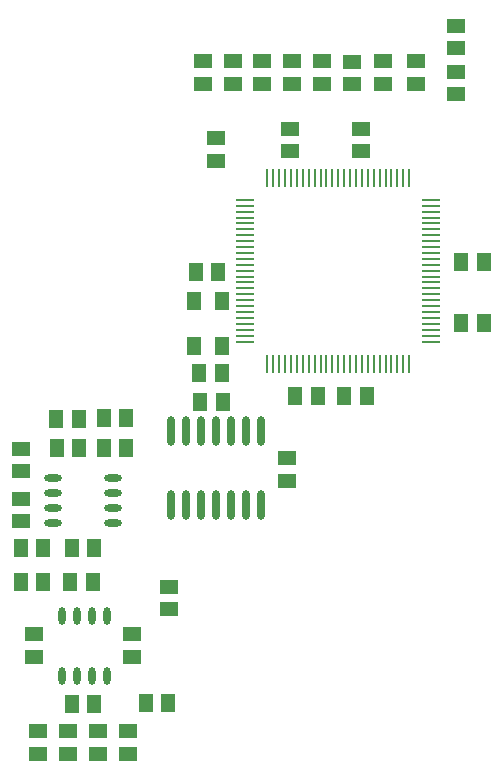
<source format=gtp>
%FSLAX25Y25*%
%MOIN*%
G70*
G01*
G75*
G04 Layer_Color=8421504*
%ADD10O,0.02756X0.09843*%
%ADD11R,0.05118X0.05906*%
%ADD12R,0.05906X0.05118*%
%ADD13R,0.05118X0.06299*%
%ADD14R,0.05906X0.01063*%
%ADD15R,0.01063X0.05906*%
%ADD16O,0.05906X0.02362*%
%ADD17O,0.02362X0.05906*%
%ADD18C,0.04000*%
%ADD19C,0.01000*%
%ADD20C,0.02000*%
%ADD21C,0.03000*%
%ADD22C,0.06299*%
%ADD23R,0.07000X0.07000*%
%ADD24C,0.07000*%
%ADD25C,0.07087*%
%ADD26R,0.07087X0.07087*%
%ADD27C,0.08661*%
%ADD28C,0.02400*%
%ADD29R,0.12598X0.08268*%
%ADD30R,0.03543X0.08268*%
%ADD31C,0.01500*%
%ADD32C,0.00984*%
%ADD33C,0.02362*%
%ADD34C,0.00787*%
%ADD35C,0.00500*%
%ADD36C,0.00055*%
%ADD37C,0.00073*%
%ADD38C,0.00614*%
%ADD39C,0.00400*%
D10*
X59508Y107579D02*
D03*
X64508D02*
D03*
X69508D02*
D03*
X74508D02*
D03*
X79508D02*
D03*
X84508D02*
D03*
X89508D02*
D03*
X59508Y131988D02*
D03*
X64508D02*
D03*
X69508D02*
D03*
X74508D02*
D03*
X79508D02*
D03*
X84508D02*
D03*
X89508D02*
D03*
D11*
X100787Y143898D02*
D03*
X108268D02*
D03*
X44390Y126279D02*
D03*
X36909D02*
D03*
X16831Y81791D02*
D03*
X9350D02*
D03*
X28740Y126279D02*
D03*
X21260D02*
D03*
X117224Y143898D02*
D03*
X124705D02*
D03*
X67618Y185138D02*
D03*
X75098D02*
D03*
X68898Y151378D02*
D03*
X76378D02*
D03*
X163583Y168110D02*
D03*
X156102D02*
D03*
X156201Y188583D02*
D03*
X163681D02*
D03*
X26280Y93209D02*
D03*
X33760D02*
D03*
X44390Y136516D02*
D03*
X36909D02*
D03*
X33366Y81791D02*
D03*
X25886D02*
D03*
X16831Y93209D02*
D03*
X9350D02*
D03*
X21161Y136122D02*
D03*
X28642D02*
D03*
X69095Y141732D02*
D03*
X76575D02*
D03*
X26280Y41240D02*
D03*
X33760D02*
D03*
X58465Y41339D02*
D03*
X50984D02*
D03*
D12*
X9350Y102067D02*
D03*
Y109547D02*
D03*
X24902Y31988D02*
D03*
Y24508D02*
D03*
X35138D02*
D03*
Y31988D02*
D03*
X99213Y232874D02*
D03*
Y225394D02*
D03*
X122835D02*
D03*
Y232874D02*
D03*
X130118Y255315D02*
D03*
Y247835D02*
D03*
X79921D02*
D03*
Y255315D02*
D03*
X70079D02*
D03*
Y247835D02*
D03*
X46457Y64370D02*
D03*
Y56890D02*
D03*
X9350Y126083D02*
D03*
Y118602D02*
D03*
X15059Y31988D02*
D03*
Y24508D02*
D03*
X98032Y122933D02*
D03*
Y115453D02*
D03*
X44980Y31988D02*
D03*
Y24508D02*
D03*
X58661Y72638D02*
D03*
Y80118D02*
D03*
X154429Y244291D02*
D03*
Y251772D02*
D03*
X140945Y247835D02*
D03*
Y255315D02*
D03*
X119685Y255118D02*
D03*
Y247638D02*
D03*
X109843Y247835D02*
D03*
Y255315D02*
D03*
X99606D02*
D03*
Y247835D02*
D03*
X89764D02*
D03*
Y255315D02*
D03*
X74508Y229626D02*
D03*
Y222146D02*
D03*
X13878Y56791D02*
D03*
Y64272D02*
D03*
X154429Y259646D02*
D03*
Y267126D02*
D03*
D13*
X67224Y175295D02*
D03*
X76279Y160335D02*
D03*
X67224D02*
D03*
X76279Y175295D02*
D03*
D14*
X84153Y169783D02*
D03*
X146161Y187500D02*
D03*
X84153Y163878D02*
D03*
X146161Y175689D02*
D03*
Y179626D02*
D03*
Y173721D02*
D03*
Y209154D02*
D03*
Y207185D02*
D03*
Y205217D02*
D03*
Y201279D02*
D03*
Y199311D02*
D03*
Y197343D02*
D03*
Y195374D02*
D03*
Y193405D02*
D03*
Y191437D02*
D03*
Y189469D02*
D03*
Y185531D02*
D03*
Y183563D02*
D03*
Y177657D02*
D03*
Y171752D02*
D03*
Y167815D02*
D03*
Y163878D02*
D03*
X84153Y161909D02*
D03*
Y165847D02*
D03*
Y167815D02*
D03*
Y171752D02*
D03*
Y173721D02*
D03*
Y175689D02*
D03*
Y177657D02*
D03*
Y179626D02*
D03*
Y181595D02*
D03*
Y183563D02*
D03*
Y185531D02*
D03*
Y187500D02*
D03*
Y189469D02*
D03*
Y191437D02*
D03*
Y193405D02*
D03*
Y195374D02*
D03*
Y201279D02*
D03*
Y203248D02*
D03*
Y205217D02*
D03*
Y207185D02*
D03*
Y209154D02*
D03*
X146161Y169783D02*
D03*
Y203248D02*
D03*
Y181595D02*
D03*
X84153Y199311D02*
D03*
Y197343D02*
D03*
X146161Y161909D02*
D03*
Y165847D02*
D03*
D15*
X97441Y154528D02*
D03*
X99410D02*
D03*
X132874D02*
D03*
X130905D02*
D03*
X95472Y216535D02*
D03*
X93504D02*
D03*
X128937Y154528D02*
D03*
X91535Y216535D02*
D03*
X99410D02*
D03*
X101378D02*
D03*
X103347D02*
D03*
X105315D02*
D03*
X107283D02*
D03*
X109252D02*
D03*
X111221D02*
D03*
X113189D02*
D03*
X115157D02*
D03*
X117126D02*
D03*
X119095D02*
D03*
X121063D02*
D03*
X123031D02*
D03*
X126969D02*
D03*
X128937D02*
D03*
X132874D02*
D03*
X134843D02*
D03*
X136811D02*
D03*
X138779D02*
D03*
Y154528D02*
D03*
X136811D02*
D03*
X134843D02*
D03*
X126969D02*
D03*
X125000D02*
D03*
X123031D02*
D03*
X119095D02*
D03*
X117126D02*
D03*
X115157D02*
D03*
X113189D02*
D03*
X111221D02*
D03*
X109252D02*
D03*
X107283D02*
D03*
X105315D02*
D03*
X103347D02*
D03*
X95473D02*
D03*
X93504D02*
D03*
X91535D02*
D03*
X97441Y216535D02*
D03*
X101378Y154528D02*
D03*
X121063D02*
D03*
X125000Y216535D02*
D03*
X130905D02*
D03*
D16*
X20079Y116555D02*
D03*
Y111555D02*
D03*
Y106555D02*
D03*
Y101555D02*
D03*
X40157Y116555D02*
D03*
Y111555D02*
D03*
Y106555D02*
D03*
Y101555D02*
D03*
D17*
X22913Y50492D02*
D03*
X27913D02*
D03*
X32913D02*
D03*
X37913D02*
D03*
X22913Y70571D02*
D03*
X27913D02*
D03*
X32913D02*
D03*
X37913D02*
D03*
M02*

</source>
